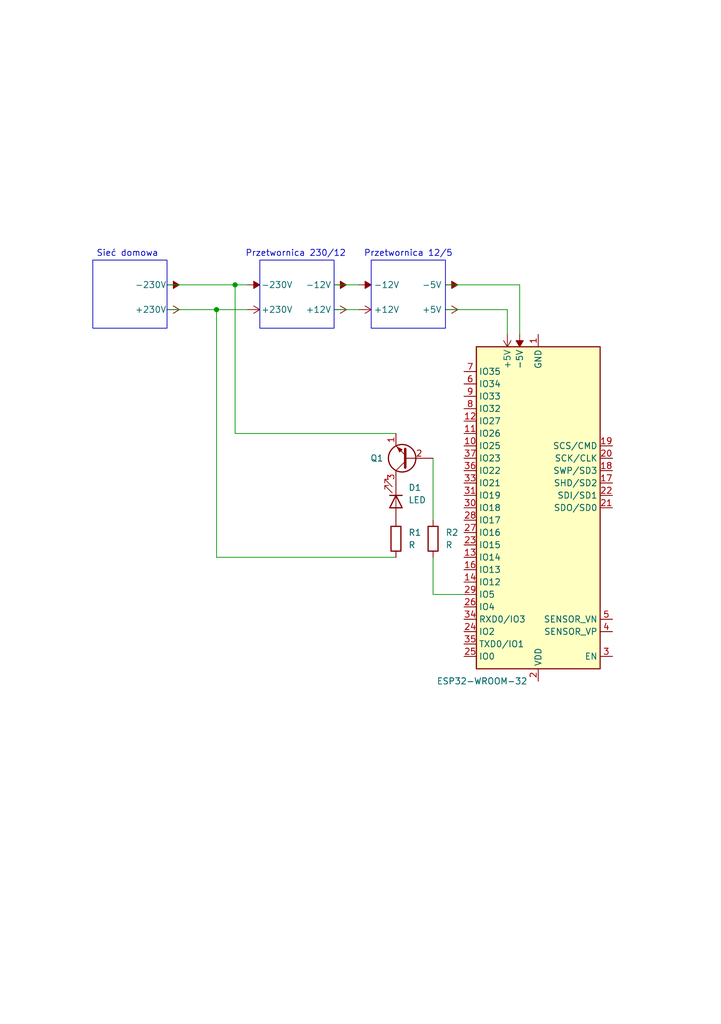
<source format=kicad_sch>
(kicad_sch (version 20231120) (generator "eeschema") (generator_version "8.0")
  (paper "A5" portrait)
  (title_block (title "Schemat Połączeń w układzie z LED") (date "2024-04-26") (company "Brajan Gąbka"))
  (lib_symbols
    (symbol "+5V_1" (power) (pin_numbers hide) (pin_names (offset 0) hide)
      (property "Value" "+5V" (at 0 3.556 0))
      (symbol "+5V_1_0_1"
        (polyline (pts (xy -0.762 1.27) (xy 0 2.54)))
        (polyline (pts (xy 0 0) (xy 0 2.54)))
        (polyline (pts (xy 0 2.54) (xy 0.762 1.27)))
      )
      (symbol "+5V_1_1_1"
        (pin power_in line (at 0 0 90) (length 0) (name "~") (number "1"))
      )
    )
    (symbol "Device:LED" (pin_numbers hide) (pin_names (offset 1.016) hide)
      (property "Reference" "D" (at 0 2.54 0))
      (property "Value" "LED" (at 0 -2.54 0))
      (symbol "LED_0_1"
        (polyline (pts (xy -1.27 -1.27) (xy -1.27 1.27)) (stroke (width 0.254)))
        (polyline (pts (xy -1.27 0) (xy 1.27 0)))
        (polyline (pts (xy 1.27 -1.27) (xy 1.27 1.27) (xy -1.27 0) (xy 1.27 -1.27)) (stroke (width 0.254)))
        (polyline (pts (xy -3.048 -0.762) (xy -4.572 -2.286) (xy -3.81 -2.286) (xy -4.572 -2.286) (xy -4.572 -1.524)))
        (polyline (pts (xy -1.778 -0.762) (xy -3.302 -2.286) (xy -2.54 -2.286) (xy -3.302 -2.286) (xy -3.302 -1.524)))
      )
      (symbol "LED_1_1"
        (pin passive line (at -3.81 0 0) (length 2.54) (name "K") (number "1"))
        (pin passive line (at 3.81 0 180) (length 2.54) (name "A") (number "2"))
      )
    )
    (symbol "Device:R" (pin_numbers hide) (pin_names (offset 0))
      (property "Reference" "R" (at 2.032 0 90))
      (property "Value" "R" (at 0 0 90))
      (symbol "R_0_1"
        (rectangle (start -1.016 -2.54) (end 1.016 2.54) (stroke (width 0.254)))
      )
      (symbol "R_1_1"
        (pin passive line (at 0 3.81 270) (length 1.27) (name "~") (number "1"))
        (pin passive line (at 0 -3.81 90) (length 1.27) (name "~") (number "2"))
      )
    )
    (symbol "RF_Module:ESP32-WROOM-32"
      (property "Reference" "U" (at -12.7 34.29 0))
      (property "Value" "ESP32-WROOM-32" (at 1.27 34.29 0))
      (symbol "ESP32-WROOM-32_0_1"
        (rectangle (start -12.7 33.02) (end 12.7 -33.02) (stroke (width 0.254)) (fill (type background)))
      )
      (symbol "ESP32-WROOM-32_1_1"
        (pin power_in line (at 0 -35.56 90) (length 2.54) (name "GND") (number "1"))
        (pin bidirectional line (at 15.24 -12.7 180) (length 2.54) (name "IO25") (number "10"))
        (pin bidirectional line (at 15.24 -15.24 180) (length 2.54) (name "IO26") (number "11"))
        (pin bidirectional line (at 15.24 -17.78 180) (length 2.54) (name "IO27") (number "12"))
        (pin bidirectional line (at 15.24 10.16 180) (length 2.54) (name "IO14") (number "13"))
        (pin bidirectional line (at 15.24 15.24 180) (length 2.54) (name "IO12") (number "14"))
        (pin passive line (at 0 -35.56 90) (length 2.54) hide (name "GND") (number "15"))
        (pin bidirectional line (at 15.24 12.7 180) (length 2.54) (name "IO13") (number "16"))
        (pin bidirectional line (at -15.24 -5.08 0) (length 2.54) (name "SHD/SD2") (number "17"))
        (pin bidirectional line (at -15.24 -7.62 0) (length 2.54) (name "SWP/SD3") (number "18"))
        (pin bidirectional line (at -15.24 -12.7 0) (length 2.54) (name "SCS/CMD") (number "19"))
        (pin power_in line (at 0 35.56 270) (length 2.54) (name "VDD") (number "2"))
        (pin bidirectional line (at -15.24 -10.16 0) (length 2.54) (name "SCK/CLK") (number "20"))
        (pin bidirectional line (at -15.24 0 0) (length 2.54) (name "SDO/SD0") (number "21"))
        (pin bidirectional line (at -15.24 -2.54 0) (length 2.54) (name "SDI/SD1") (number "22"))
        (pin bidirectional line (at 15.24 7.62 180) (length 2.54) (name "IO15") (number "23"))
        (pin bidirectional line (at 15.24 25.4 180) (length 2.54) (name "IO2") (number "24"))
        (pin bidirectional line (at 15.24 30.48 180) (length 2.54) (name "IO0") (number "25"))
        (pin bidirectional line (at 15.24 20.32 180) (length 2.54) (name "IO4") (number "26"))
        (pin bidirectional line (at 15.24 5.08 180) (length 2.54) (name "IO16") (number "27"))
        (pin bidirectional line (at 15.24 2.54 180) (length 2.54) (name "IO17") (number "28"))
        (pin bidirectional line (at 15.24 17.78 180) (length 2.54) (name "IO5") (number "29"))
        (pin input line (at -15.24 30.48 0) (length 2.54) (name "EN") (number "3"))
        (pin bidirectional line (at 15.24 0 180) (length 2.54) (name "IO18") (number "30"))
        (pin bidirectional line (at 15.24 -2.54 180) (length 2.54) (name "IO19") (number "31"))
        (pin no_connect line (at -12.7 -27.94 0) (length 2.54) hide (name "NC") (number "32"))
        (pin bidirectional line (at 15.24 -5.08 180) (length 2.54) (name "IO21") (number "33"))
        (pin bidirectional line (at 15.24 22.86 180) (length 2.54) (name "RXD0/IO3") (number "34"))
        (pin bidirectional line (at 15.24 27.94 180) (length 2.54) (name "TXD0/IO1") (number "35"))
        (pin bidirectional line (at 15.24 -7.62 180) (length 2.54) (name "IO22") (number "36"))
        (pin bidirectional line (at 15.24 -10.16 180) (length 2.54) (name "IO23") (number "37"))
        (pin passive line (at 0 -35.56 90) (length 2.54) hide (name "GND") (number "38"))
        (pin passive line (at 0 -35.56 90) (length 2.54) hide (name "GND") (number "39"))
        (pin input line (at -15.24 25.4 0) (length 2.54) (name "SENSOR_VP") (number "4"))
        (pin input line (at -15.24 22.86 0) (length 2.54) (name "SENSOR_VN") (number "5"))
        (pin input line (at 15.24 -25.4 180) (length 2.54) (name "IO34") (number "6"))
        (pin input line (at 15.24 -27.94 180) (length 2.54) (name "IO35") (number "7"))
        (pin bidirectional line (at 15.24 -20.32 180) (length 2.54) (name "IO32") (number "8"))
        (pin bidirectional line (at 15.24 -22.86 180) (length 2.54) (name "IO33") (number "9"))
      )
    )
    (symbol "Transistor_BJT:2N2219" (pin_names (offset 0) hide)
      (property "Reference" "Q" (at 5.08 1.905 0))
      (property "Value" "2N2219" (at 5.08 0 0))
      (symbol "2N2219_0_1"
        (polyline (pts (xy 0.635 0.635) (xy 2.54 2.54)))
        (polyline (pts (xy 0.635 -0.635) (xy 2.54 -2.54) (xy 2.54 -2.54)))
        (polyline (pts (xy 0.635 1.905) (xy 0.635 -1.905) (xy 0.635 -1.905)) (stroke (width 0.508)))
        (polyline (pts (xy 1.27 -1.778) (xy 1.778 -1.27) (xy 2.286 -2.286) (xy 1.27 -1.778) (xy 1.27 -1.778)) (fill (type outline)))
        (circle (center 1.27 0) (radius 2.8194) (stroke (width 0.254)))
      )
      (symbol "2N2219_1_1"
        (pin passive line (at 2.54 -5.08 90) (length 2.54) (name "E") (number "1"))
        (pin passive line (at -5.08 0 0) (length 5.715) (name "B") (number "2"))
        (pin passive line (at 2.54 5.08 270) (length 2.54) (name "C") (number "3"))
      )
    )
    (symbol "power:+5V" (power) (pin_numbers hide) (pin_names (offset 0) hide)
      (property "Value" "+5V" (at 0 3.556 0))
      (symbol "+5V_0_1"
        (polyline (pts (xy -0.762 1.27) (xy 0 2.54)))
        (polyline (pts (xy 0 0) (xy 0 2.54)))
        (polyline (pts (xy 0 2.54) (xy 0.762 1.27)))
      )
      (symbol "+5V_1_1"
        (pin power_in line (at 0 0 90) (length 0) (name "~") (number "1"))
      )
    )
    (symbol "power:-5V" (power) (pin_numbers hide) (pin_names (offset 0) hide)
      (property "Value" "-5V" (at 0 3.556 0))
      (symbol "-5V_0_0"
        (pin power_in line (at 0 0 90) (length 0) (name "~") (number "1"))
      )
      (symbol "-5V_0_1"
        (polyline (pts (xy 0 0) (xy 0 1.27) (xy 0.762 1.27) (xy 0 2.54) (xy -0.762 1.27) (xy 0 1.27)) (fill (type outline)))
      )
    )
  )
  (junction (at 44.45 63.5))
  (junction (at 48.26 58.42))
  (wire (pts (xy 68.58 58.42) (xy 73.66 58.42)))
  (wire (pts (xy 44.45 63.5) (xy 50.8 63.5)))
  (wire (pts (xy 81.28 114.3) (xy 44.45 114.3)))
  (wire (pts (xy 88.9 121.92) (xy 95.25 121.92)))
  (wire (pts (xy 91.44 63.5) (xy 104.14 63.5)))
  (wire (pts (xy 34.29 58.42) (xy 48.26 58.42)))
  (wire (pts (xy 81.28 88.9) (xy 48.26 88.9)))
  (wire (pts (xy 48.26 58.42) (xy 50.8 58.42)))
  (wire (pts (xy 44.45 114.3) (xy 44.45 63.5)))
  (wire (pts (xy 106.68 58.42) (xy 106.68 68.58)))
  (wire (pts (xy 106.68 58.42) (xy 91.44 58.42)))
  (wire (pts (xy 88.9 93.98) (xy 88.9 106.68)))
  (wire (pts (xy 68.58 63.5) (xy 73.66 63.5)))
  (wire (pts (xy 88.9 121.92) (xy 88.9 114.3)))
  (wire (pts (xy 104.14 63.5) (xy 104.14 68.58)))
  (wire (pts (xy 34.29 63.5) (xy 44.45 63.5)))
  (wire (pts (xy 48.26 58.42) (xy 48.26 88.9)))
  (rectangle (start 19.05 53.34) (end 34.29 67.31))
  (rectangle (start 53.34 53.34) (end 68.58 67.31))
  (rectangle (start 76.2 53.34) (end 91.44 67.31))
  (text "Sieć domowa" (at 26.162 52.07 0) (effects (font (size 1.27 1.27))))
  (text "Przetwornica 230/12" (at 60.706 52.07 0) (effects (font (size 1.27 1.27))))
  (text "Przetwornica 12/5" (at 83.82 52.07 0) (effects (font (size 1.27 1.27))))
  (symbol (lib_id "Device:R") (at 88.9 110.49 180) (unit 1)
    (property "Reference" "R2" (at 91.44 109.2199 0) (effects (justify right)))
    (property "Value" "R" (at 91.44 111.7599 0) (effects (justify right)))
    (property "Description" "Resistor" (effects (hide yes)))
  )
  (symbol (lib_id "power:+5V") (at 104.14 68.58 180) (unit 1)
    (property "Reference" "#PWR013" (effects (hide yes)))
    (property "Value" "+5V" (at 104.14 73.66 90))
    (property "Description" "Power symbol creates a global label with name \"+5V\"" (effects (hide yes)))
  )
  (symbol (lib_id "Device:LED") (at 81.28 102.87 270) (unit 1)
    (property "Reference" "D1" (at 83.82 100.0124 90) (effects (justify left)))
    (property "Value" "LED" (at 83.82 102.5524 90) (effects (justify left)))
    (property "Description" "Light emitting diode" (effects (hide yes)))
  )
  (symbol (lib_id "power:-5V") (at 34.29 58.42 270) (unit 1)
    (property "Reference" "#PWR04" (effects (hide yes)))
    (property "Value" "-230V" (at 27.686 58.42 90) (effects (justify left)))
    (property "Description" "Power symbol creates a global label with name \"-5V\"" (effects (hide yes)))
  )
  (symbol (lib_id "power:+5V") (at 50.8 63.5 270) (unit 1)
    (property "Reference" "#PWR02" (effects (hide yes)))
    (property "Value" "+230V" (at 53.594 63.5 90) (effects (justify left)))
    (property "Description" "Power symbol creates a global label with name \"+5V\"" (effects (hide yes)))
  )
  (symbol (lib_id "power:-5V") (at 91.44 58.42 270) (unit 1)
    (property "Reference" "#PWR010" (effects (hide yes)))
    (property "Value" "-5V" (at 86.614 58.42 90) (effects (justify left)))
    (property "Description" "Power symbol creates a global label with name \"-5V\"" (effects (hide yes)))
  )
  (symbol (lib_id "RF_Module:ESP32-WROOM-32") (at 110.49 104.14 180) (unit 1)
    (property "Reference" "U2" (effects (hide yes)))
    (property "Value" "ESP32-WROOM-32" (at 108.2959 139.7 0) (effects (justify left)))
    (property "Footprint" "RF_Module:ESP32-WROOM-32" (effects (hide yes)))
    (property "Datasheet" "https://www.espressif.com/sites/default/files/documentation/esp32-wroom-32_datasheet_en.pdf" (effects (hide yes)))
    (property "Description" "RF Module, ESP32-D0WDQ6 SoC, Wi-Fi 802.11b/g/n, Bluetooth, BLE, 32-bit, 2.7-3.6V, onboard antenna, SMD" (effects (hide yes)))
  )
  (symbol (lib_name "+5V_1") (lib_id "power:+5V") (at 34.29 63.5 270) (unit 1)
    (property "Reference" "#PWR05" (effects (hide yes)))
    (property "Value" "+230V" (at 27.686 63.5 90) (effects (justify left)))
    (property "Description" "Power symbol creates a global label with name \"+5V\"" (effects (hide yes)))
  )
  (symbol (lib_id "power:+5V") (at 73.66 63.5 270) (unit 1)
    (property "Reference" "#PWR09" (effects (hide yes)))
    (property "Value" "+12V" (at 76.708 63.5 90) (effects (justify left)))
    (property "Description" "Power symbol creates a global label with name \"+5V\"" (effects (hide yes)))
  )
  (symbol (lib_id "power:-5V") (at 50.8 58.42 270) (unit 1)
    (property "Reference" "#PWR03" (effects (hide yes)))
    (property "Value" "-230V" (at 53.594 58.42 90) (effects (justify left)))
    (property "Description" "Power symbol creates a global label with name \"-5V\"" (effects (hide yes)))
  )
  (symbol (lib_id "power:-5V") (at 68.58 58.42 270) (unit 1)
    (property "Reference" "#PWR06" (effects (hide yes)))
    (property "Value" "-12V" (at 62.738 58.42 90) (effects (justify left)))
    (property "Description" "Power symbol creates a global label with name \"-5V\"" (effects (hide yes)))
  )
  (symbol (lib_id "power:-5V") (at 73.66 58.42 270) (unit 1)
    (property "Reference" "#PWR08" (effects (hide yes)))
    (property "Value" "-12V" (at 76.708 58.42 90) (effects (justify left)))
    (property "Description" "Power symbol creates a global label with name \"-5V\"" (effects (hide yes)))
  )
  (symbol (lib_id "Transistor_BJT:2N2219") (at 83.82 93.98 180) (unit 1)
    (property "Reference" "Q1" (at 78.74 93.9799 0) (effects (justify left)))
    (property "Value" "2N2219" (effects (hide yes)))
    (property "Footprint" "Package_TO_SOT_THT:TO-39-3" (effects (hide yes)))
    (property "Datasheet" "http://www.onsemi.com/pub_link/Collateral/2N2219-D.PDF" (effects (hide yes)))
    (property "Description" "800mA Ic, 50V Vce, NPN Transistor, TO-39" (effects (hide yes)))
  )
  (symbol (lib_name "+5V_1") (lib_id "power:+5V") (at 68.58 63.5 270) (unit 1)
    (property "Reference" "#PWR07" (effects (hide yes)))
    (property "Value" "+12V" (at 62.738 63.5 90) (effects (justify left)))
    (property "Description" "Power symbol creates a global label with name \"+5V\"" (effects (hide yes)))
  )
  (symbol (lib_id "Device:R") (at 81.28 110.49 0) (unit 1)
    (property "Reference" "R1" (at 83.82 109.2199 0) (effects (justify left)))
    (property "Value" "R" (at 83.82 111.7599 0) (effects (justify left)))
    (property "Description" "Resistor" (effects (hide yes)))
  )
  (symbol (lib_name "+5V_1") (lib_id "power:+5V") (at 91.44 63.5 270) (unit 1)
    (property "Reference" "#PWR011" (effects (hide yes)))
    (property "Value" "+5V" (at 86.614 63.5 90) (effects (justify left)))
    (property "Description" "Power symbol creates a global label with name \"+5V\"" (effects (hide yes)))
  )
  (symbol (lib_id "power:-5V") (at 106.68 68.58 180) (unit 1)
    (property "Reference" "#PWR014" (effects (hide yes)))
    (property "Value" "-5V" (at 106.68 71.628 90) (effects (justify left)))
    (property "Description" "Power symbol creates a global label with name \"-5V\"" (effects (hide yes)))
  )
)
</source>
